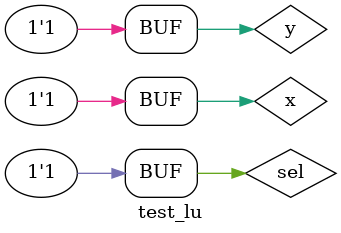
<source format=v>
module lu ( 
    output Y1,      // Saída AND
    output Y2,      // Saída NAND
    input A,        // Entrada A
    input B         // Entrada B
);
// Descrever por portas
and AND1 (Y1, A, B);       // Operação AND
nand NAND1 (Y2, A, B);     // Operação NAND
endmodule // lu

// Multiplexador (mux) para chave de seleção
module mux ( 
    output S,     // Saída selecionável
    input A,      // Entrada para a operação AND
    input B,      // Entrada para a operação NAND
    input sel     // Chave de seleção
);
// Definir dados locais
wire not_sel;
wire sa;
wire sb;
// Descrever por portas
not NOT1 (not_sel, sel);
and AND1 (sa, A, not_sel);
and AND2 (sb, B, sel);
or OR1 (S, sa, sb);
endmodule // mux

// Módulo de teste para a LU e o multiplexador
module test_lu;
// Definir dados
reg x;
reg y;
reg sel;
wire w1;  // Saída AND
wire w2;  // Saída NAND
wire z;   // Saída do multiplexador

// Instanciar o módulo LU
lu LU_MOD (w1, w2, x, y);
// Instanciar o multiplexador para seleção
mux MUX_MOD (z, w1, w2, sel);

// Parte principal do teste
initial begin
    $display("Teste da Unidade Lógica com Multiplexador");
    $display("x  y  sel  z (saida selecionada)");
    
    // Testar entradas
    x = 1'b0; y = 1'b1; sel = 1'b0;
    #1 $monitor("%4b %4b %4b %4b", x, y, sel, z);
    #1 sel = 1'b1;
    
    // Testar outro conjunto de entradas
    #1 x = 1'b1; y = 1'b1; sel = 1'b0;
    #1 sel = 1'b1;
end
endmodule

</source>
